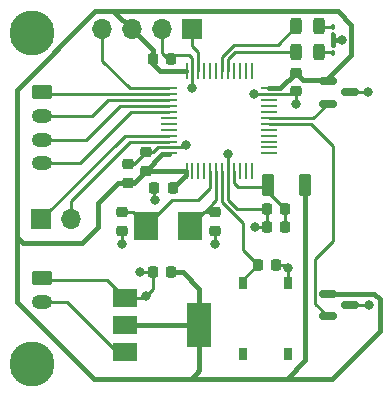
<source format=gtl>
%TF.GenerationSoftware,KiCad,Pcbnew,7.0.6*%
%TF.CreationDate,2024-09-25T21:47:57-07:00*%
%TF.ProjectId,magnetic-encoder,6d61676e-6574-4696-932d-656e636f6465,0.1*%
%TF.SameCoordinates,Original*%
%TF.FileFunction,Copper,L1,Top*%
%TF.FilePolarity,Positive*%
%FSLAX46Y46*%
G04 Gerber Fmt 4.6, Leading zero omitted, Abs format (unit mm)*
G04 Created by KiCad (PCBNEW 7.0.6) date 2024-09-25 21:47:57*
%MOMM*%
%LPD*%
G01*
G04 APERTURE LIST*
G04 Aperture macros list*
%AMRoundRect*
0 Rectangle with rounded corners*
0 $1 Rounding radius*
0 $2 $3 $4 $5 $6 $7 $8 $9 X,Y pos of 4 corners*
0 Add a 4 corners polygon primitive as box body*
4,1,4,$2,$3,$4,$5,$6,$7,$8,$9,$2,$3,0*
0 Add four circle primitives for the rounded corners*
1,1,$1+$1,$2,$3*
1,1,$1+$1,$4,$5*
1,1,$1+$1,$6,$7*
1,1,$1+$1,$8,$9*
0 Add four rect primitives between the rounded corners*
20,1,$1+$1,$2,$3,$4,$5,0*
20,1,$1+$1,$4,$5,$6,$7,0*
20,1,$1+$1,$6,$7,$8,$9,0*
20,1,$1+$1,$8,$9,$2,$3,0*%
G04 Aperture macros list end*
%TA.AperFunction,ComponentPad*%
%ADD10R,1.700000X1.700000*%
%TD*%
%TA.AperFunction,ComponentPad*%
%ADD11O,1.700000X1.700000*%
%TD*%
%TA.AperFunction,ComponentPad*%
%ADD12C,3.800000*%
%TD*%
%TA.AperFunction,ComponentPad*%
%ADD13RoundRect,0.250000X-0.625000X0.350000X-0.625000X-0.350000X0.625000X-0.350000X0.625000X0.350000X0*%
%TD*%
%TA.AperFunction,ComponentPad*%
%ADD14O,1.750000X1.200000*%
%TD*%
%TA.AperFunction,SMDPad,CuDef*%
%ADD15RoundRect,0.250000X0.275000X0.700000X-0.275000X0.700000X-0.275000X-0.700000X0.275000X-0.700000X0*%
%TD*%
%TA.AperFunction,SMDPad,CuDef*%
%ADD16RoundRect,0.225000X0.225000X0.250000X-0.225000X0.250000X-0.225000X-0.250000X0.225000X-0.250000X0*%
%TD*%
%TA.AperFunction,SMDPad,CuDef*%
%ADD17RoundRect,0.225000X-0.225000X-0.250000X0.225000X-0.250000X0.225000X0.250000X-0.225000X0.250000X0*%
%TD*%
%TA.AperFunction,SMDPad,CuDef*%
%ADD18RoundRect,0.100000X-0.100000X0.130000X-0.100000X-0.130000X0.100000X-0.130000X0.100000X0.130000X0*%
%TD*%
%TA.AperFunction,SMDPad,CuDef*%
%ADD19RoundRect,0.100000X0.100000X-0.130000X0.100000X0.130000X-0.100000X0.130000X-0.100000X-0.130000X0*%
%TD*%
%TA.AperFunction,SMDPad,CuDef*%
%ADD20RoundRect,0.243750X0.243750X0.456250X-0.243750X0.456250X-0.243750X-0.456250X0.243750X-0.456250X0*%
%TD*%
%TA.AperFunction,SMDPad,CuDef*%
%ADD21R,1.473200X0.279400*%
%TD*%
%TA.AperFunction,SMDPad,CuDef*%
%ADD22R,0.279400X1.473200*%
%TD*%
%TA.AperFunction,SMDPad,CuDef*%
%ADD23R,0.750000X1.000000*%
%TD*%
%TA.AperFunction,SMDPad,CuDef*%
%ADD24R,2.000000X2.400000*%
%TD*%
%TA.AperFunction,SMDPad,CuDef*%
%ADD25RoundRect,0.218750X-0.256250X0.218750X-0.256250X-0.218750X0.256250X-0.218750X0.256250X0.218750X0*%
%TD*%
%TA.AperFunction,SMDPad,CuDef*%
%ADD26RoundRect,0.225000X-0.250000X0.225000X-0.250000X-0.225000X0.250000X-0.225000X0.250000X0.225000X0*%
%TD*%
%TA.AperFunction,SMDPad,CuDef*%
%ADD27RoundRect,0.225000X0.250000X-0.225000X0.250000X0.225000X-0.250000X0.225000X-0.250000X-0.225000X0*%
%TD*%
%TA.AperFunction,SMDPad,CuDef*%
%ADD28RoundRect,0.150000X-0.587500X-0.150000X0.587500X-0.150000X0.587500X0.150000X-0.587500X0.150000X0*%
%TD*%
%TA.AperFunction,SMDPad,CuDef*%
%ADD29R,2.000000X1.500000*%
%TD*%
%TA.AperFunction,SMDPad,CuDef*%
%ADD30R,2.000000X3.800000*%
%TD*%
%TA.AperFunction,ViaPad*%
%ADD31C,0.800000*%
%TD*%
%TA.AperFunction,Conductor*%
%ADD32C,0.250000*%
%TD*%
%TA.AperFunction,Conductor*%
%ADD33C,0.400000*%
%TD*%
G04 APERTURE END LIST*
D10*
%TO.P,J4,1,Pin_1*%
%TO.N,I2C1_SCL*%
X62110000Y-97495000D03*
D11*
%TO.P,J4,2,Pin_2*%
%TO.N,I2C1_SDA*%
X64650000Y-97495000D03*
%TD*%
D12*
%TO.P,REF2,2*%
%TO.N,N/C*%
X61360000Y-109745000D03*
%TD*%
%TO.P,REF1,1*%
%TO.N,N/C*%
X61360000Y-81745000D03*
%TD*%
D13*
%TO.P,J2,1,Pin_1*%
%TO.N,SPI1_NSS*%
X62230000Y-86745000D03*
D14*
%TO.P,J2,2,Pin_2*%
%TO.N,SPI1_SCK*%
X62230000Y-88745000D03*
%TO.P,J2,3,Pin_3*%
%TO.N,SPI1_MISO*%
X62230000Y-90745000D03*
%TO.P,J2,4,Pin_4*%
%TO.N,SPI1_MOSI*%
X62230000Y-92745000D03*
%TD*%
D13*
%TO.P,J1,1,Pin_1*%
%TO.N,GND*%
X62230000Y-102495000D03*
D14*
%TO.P,J1,2,Pin_2*%
%TO.N,+5V*%
X62230000Y-104495000D03*
%TD*%
D15*
%TO.P,L1,1*%
%TO.N,+3.3V*%
X84506000Y-94615000D03*
%TO.P,L1,2*%
%TO.N,+3.3VA*%
X81356000Y-94615000D03*
%TD*%
D16*
%TO.P,C10,1*%
%TO.N,+3.3VA*%
X82817000Y-98171000D03*
%TO.P,C10,2*%
%TO.N,GND*%
X81267000Y-98171000D03*
%TD*%
%TO.P,C9,1*%
%TO.N,+3.3VA*%
X82817000Y-96647000D03*
%TO.P,C9,2*%
%TO.N,GND*%
X81267000Y-96647000D03*
%TD*%
D17*
%TO.P,C11,1*%
%TO.N,Net-(U4A-NRST)*%
X80505000Y-101346000D03*
%TO.P,C11,2*%
%TO.N,GND*%
X82055000Y-101346000D03*
%TD*%
D18*
%TO.P,R2,2*%
%TO.N,Net-(D2-K)*%
X86833000Y-83378000D03*
%TO.P,R2,1*%
%TO.N,GND*%
X86833000Y-82738000D03*
%TD*%
D19*
%TO.P,R1,2*%
%TO.N,Net-(D1-K)*%
X86833000Y-81214000D03*
%TO.P,R1,1*%
%TO.N,GND*%
X86833000Y-81854000D03*
%TD*%
D20*
%TO.P,D2,2,A*%
%TO.N,Net-(D2-A)*%
X83771500Y-83312000D03*
%TO.P,D2,1,K*%
%TO.N,Net-(D2-K)*%
X85646500Y-83312000D03*
%TD*%
%TO.P,D1,2,A*%
%TO.N,Net-(D1-A)*%
X83771500Y-81153000D03*
%TO.P,D1,1,K*%
%TO.N,Net-(D1-K)*%
X85646500Y-81153000D03*
%TD*%
D11*
%TO.P,J3,4,Pin_4*%
%TO.N,SWCLK*%
X67310000Y-81407000D03*
%TO.P,J3,3,Pin_3*%
%TO.N,+3.3V*%
X69850000Y-81407000D03*
%TO.P,J3,2,Pin_2*%
%TO.N,GND*%
X72390000Y-81407000D03*
D10*
%TO.P,J3,1,Pin_1*%
%TO.N,SWDIO*%
X74930000Y-81407000D03*
%TD*%
D21*
%TO.P,U4,48,VDD_3*%
%TO.N,+3.3V*%
X72999600Y-91904000D03*
%TO.P,U4,47,VSS_3*%
%TO.N,GND*%
X72999600Y-91404001D03*
%TO.P,U4,46,PB9*%
%TO.N,I2C1_SDA*%
X72999600Y-90903999D03*
%TO.P,U4,45,PB8*%
%TO.N,I2C1_SCL*%
X72999600Y-90404000D03*
%TO.P,U4,44,BOOT0*%
%TO.N,unconnected-(U4A-BOOT0-Pad44)*%
X72999600Y-89904001D03*
%TO.P,U4,43,PB7*%
%TO.N,unconnected-(U4A-PB7-Pad43)*%
X72999600Y-89404000D03*
%TO.P,U4,42,PB6*%
%TO.N,unconnected-(U4A-PB6-Pad42)*%
X72999600Y-88904000D03*
%TO.P,U4,41,PB5-SPI1_MOSI*%
%TO.N,SPI1_MOSI*%
X72999600Y-88403999D03*
%TO.P,U4,40,PB4-SPI1_MISO*%
%TO.N,SPI1_MISO*%
X72999600Y-87904000D03*
%TO.P,U4,39,PB3-SPI1_SCK*%
%TO.N,SPI1_SCK*%
X72999600Y-87404001D03*
%TO.P,U4,38,PA15-SPI1_NSS*%
%TO.N,SPI1_NSS*%
X72999600Y-86903999D03*
%TO.P,U4,37,PA14-SYS_JTCK-SWCLK*%
%TO.N,SWCLK*%
X72999600Y-86404000D03*
D22*
%TO.P,U4,36,VDD_2*%
%TO.N,+3.3V*%
X74466000Y-84937600D03*
%TO.P,U4,35,VSS_2*%
%TO.N,GND*%
X74965999Y-84937600D03*
%TO.P,U4,34,PA13-SYS_JTMS-SWDIO*%
%TO.N,SWDIO*%
X75466001Y-84937600D03*
%TO.P,U4,33,PA12-USB_DP*%
%TO.N,unconnected-(U4A-PA12-USB_DP-Pad33)*%
X75966000Y-84937600D03*
%TO.P,U4,32,PA11-USB_DM*%
%TO.N,unconnected-(U4A-PA11-USB_DM-Pad32)*%
X76465999Y-84937600D03*
%TO.P,U4,31,PA10*%
%TO.N,unconnected-(U4A-PA10-Pad31)*%
X76966000Y-84937600D03*
%TO.P,U4,30,PA9*%
%TO.N,Net-(D1-A)*%
X77466000Y-84937600D03*
%TO.P,U4,29,PA8*%
%TO.N,Net-(D2-A)*%
X77966001Y-84937600D03*
%TO.P,U4,28,PB15*%
%TO.N,unconnected-(U4A-PB15-Pad28)*%
X78466000Y-84937600D03*
%TO.P,U4,27,PB14*%
%TO.N,unconnected-(U4A-PB14-Pad27)*%
X78965999Y-84937600D03*
%TO.P,U4,26,PB13*%
%TO.N,unconnected-(U4A-PB13-Pad26)*%
X79466001Y-84937600D03*
%TO.P,U4,25,PB12*%
%TO.N,unconnected-(U4A-PB12-Pad25)*%
X79966000Y-84937600D03*
D21*
%TO.P,U4,24,VDD_1*%
%TO.N,+3.3V*%
X81432400Y-86404000D03*
%TO.P,U4,23,VSS_1*%
%TO.N,GND*%
X81432400Y-86903999D03*
%TO.P,U4,22,PB11*%
%TO.N,unconnected-(U4A-PB11-Pad22)*%
X81432400Y-87404001D03*
%TO.P,U4,21,PB10*%
%TO.N,unconnected-(U4A-PB10-Pad21)*%
X81432400Y-87904000D03*
%TO.P,U4,20,PB2*%
%TO.N,unconnected-(U4A-PB2-Pad20)*%
X81432400Y-88403999D03*
%TO.P,U4,19,PB1-ADC1_IN9*%
%TO.N,HAL1_IN*%
X81432400Y-88904000D03*
%TO.P,U4,18,PB0-ADC1_IN8*%
%TO.N,HAL2_IN*%
X81432400Y-89404000D03*
%TO.P,U4,17,PA7*%
%TO.N,unconnected-(U4A-PA7-Pad17)*%
X81432400Y-89904001D03*
%TO.P,U4,16,PA6*%
%TO.N,unconnected-(U4A-PA6-Pad16)*%
X81432400Y-90404000D03*
%TO.P,U4,15,PA5*%
%TO.N,unconnected-(U4A-PA5-Pad15)*%
X81432400Y-90903999D03*
%TO.P,U4,14,PA4*%
%TO.N,unconnected-(U4A-PA4-Pad14)*%
X81432400Y-91404001D03*
%TO.P,U4,13,PA3*%
%TO.N,unconnected-(U4A-PA3-Pad13)*%
X81432400Y-91904000D03*
D22*
%TO.P,U4,12,PA2*%
%TO.N,unconnected-(U4A-PA2-Pad12)*%
X79966000Y-93370400D03*
%TO.P,U4,11,PA1-GPIO_Output*%
%TO.N,unconnected-(U4A-PA1-GPIO_Output-Pad11)*%
X79466001Y-93370400D03*
%TO.P,U4,10,PA0-WKUP-GPIO_Output*%
%TO.N,unconnected-(U4A-PA0-WKUP-GPIO_Output-Pad10)*%
X78965999Y-93370400D03*
%TO.P,U4,9,VDDA*%
%TO.N,+3.3VA*%
X78466000Y-93370400D03*
%TO.P,U4,8,VSSA*%
%TO.N,GND*%
X77966001Y-93370400D03*
%TO.P,U4,7,NRST*%
%TO.N,Net-(U4A-NRST)*%
X77466000Y-93370400D03*
%TO.P,U4,6,PD1-OSC_OUT-RCC_OSC_OUT*%
%TO.N,Net-(U4A-PD1-OSC_OUT-RCC_OSC_OUT)*%
X76966000Y-93370400D03*
%TO.P,U4,5,PD0-OSC_IN-RCC_OSC_IN*%
%TO.N,Net-(U4A-PD0-OSC_IN-RCC_OSC_IN)*%
X76465999Y-93370400D03*
%TO.P,U4,4,PC15-OSC32_OUT*%
%TO.N,unconnected-(U4A-PC15-OSC32_OUT-Pad4)*%
X75966000Y-93370400D03*
%TO.P,U4,3,PC14-OSC32_IN*%
%TO.N,unconnected-(U4A-PC14-OSC32_IN-Pad3)*%
X75466001Y-93370400D03*
%TO.P,U4,2,PC13*%
%TO.N,unconnected-(U4A-PC13-Pad2)*%
X74965999Y-93370400D03*
%TO.P,U4,1,VBAT*%
%TO.N,+3.3V*%
X74466000Y-93370400D03*
%TD*%
D23*
%TO.P,SW1,1,1*%
%TO.N,GND*%
X83028000Y-102918000D03*
X83028000Y-108918000D03*
%TO.P,SW1,2,2*%
%TO.N,Net-(U4A-NRST)*%
X79278000Y-102918000D03*
X79278000Y-108918000D03*
%TD*%
D24*
%TO.P,Y1,2,2*%
%TO.N,Net-(U4A-PD0-OSC_IN-RCC_OSC_IN)*%
X71048000Y-98044000D03*
%TO.P,Y1,1,1*%
%TO.N,Net-(U4A-PD1-OSC_OUT-RCC_OSC_OUT)*%
X74748000Y-98044000D03*
%TD*%
D17*
%TO.P,C8,1*%
%TO.N,+3.3V*%
X71615000Y-83947000D03*
%TO.P,C8,2*%
%TO.N,GND*%
X73165000Y-83947000D03*
%TD*%
D16*
%TO.P,C7,1*%
%TO.N,+3.3V*%
X73292000Y-94869000D03*
%TO.P,C7,2*%
%TO.N,GND*%
X71742000Y-94869000D03*
%TD*%
D25*
%TO.P,C6,1*%
%TO.N,Net-(U4A-PD0-OSC_IN-RCC_OSC_IN)*%
X68961000Y-96901000D03*
%TO.P,C6,2*%
%TO.N,GND*%
X68961000Y-98476000D03*
%TD*%
D26*
%TO.P,C5,1*%
%TO.N,+3.3V*%
X83693000Y-85077000D03*
%TO.P,C5,2*%
%TO.N,GND*%
X83693000Y-86627000D03*
%TD*%
D25*
%TO.P,C4,1*%
%TO.N,Net-(U4A-PD1-OSC_OUT-RCC_OSC_OUT)*%
X76835000Y-96875500D03*
%TO.P,C4,2*%
%TO.N,GND*%
X76835000Y-98450500D03*
%TD*%
D27*
%TO.P,C3,1*%
%TO.N,+3.3V*%
X69469000Y-94374000D03*
%TO.P,C3,2*%
%TO.N,GND*%
X69469000Y-92824000D03*
%TD*%
%TO.P,C2,1*%
%TO.N,+3.3V*%
X70993000Y-93358000D03*
%TO.P,C2,2*%
%TO.N,GND*%
X70993000Y-91808000D03*
%TD*%
D16*
%TO.P,C1,2*%
%TO.N,GND*%
X71615000Y-101981000D03*
%TO.P,C1,1*%
%TO.N,+3.3V*%
X73165000Y-101981000D03*
%TD*%
D28*
%TO.P,U3,3,GND*%
%TO.N,GND*%
X88297500Y-104745000D03*
%TO.P,U3,2,OUT*%
%TO.N,HAL2_IN*%
X86422500Y-105695000D03*
%TO.P,U3,1,VCC*%
%TO.N,+3.3V*%
X86422500Y-103795000D03*
%TD*%
D29*
%TO.P,U2,1,GND*%
%TO.N,GND*%
X69240000Y-104126000D03*
D30*
%TO.P,U2,2,VO*%
%TO.N,+3.3V*%
X75540000Y-106426000D03*
D29*
X69240000Y-106426000D03*
%TO.P,U2,3,VI*%
%TO.N,+5V*%
X69240000Y-108726000D03*
%TD*%
D28*
%TO.P,U1,3,GND*%
%TO.N,GND*%
X88297500Y-86745000D03*
%TO.P,U1,2,OUT*%
%TO.N,HAL1_IN*%
X86422500Y-87695000D03*
%TO.P,U1,1,VCC*%
%TO.N,+3.3V*%
X86422500Y-85795000D03*
%TD*%
D31*
%TO.N,GND*%
X74422000Y-91186000D03*
X74930000Y-86360000D03*
X80137000Y-86868000D03*
X77978000Y-91948000D03*
X80264000Y-98171000D03*
X71056500Y-103949500D03*
X70485000Y-101981000D03*
X87592500Y-82296000D03*
X83058000Y-101600000D03*
X71755000Y-95885000D03*
X89916000Y-104775000D03*
X89826500Y-86741000D03*
X83693000Y-87757000D03*
X76835000Y-99568000D03*
X68961000Y-99568000D03*
%TD*%
D32*
%TO.N,Net-(U4A-NRST)*%
X79278000Y-100119000D02*
X80505000Y-101346000D01*
X79278000Y-97821396D02*
X79278000Y-100119000D01*
X79278000Y-102573000D02*
X80505000Y-101346000D01*
X79278000Y-102918000D02*
X79278000Y-102573000D01*
D33*
%TO.N,+3.3V*%
X74413899Y-93358000D02*
X74426299Y-93370400D01*
X70993000Y-93358000D02*
X74413899Y-93358000D01*
D32*
%TO.N,Net-(D1-K)*%
X85707500Y-81214000D02*
X86833000Y-81214000D01*
%TO.N,Net-(D1-A)*%
X82179500Y-82745000D02*
X83771500Y-81153000D01*
%TO.N,Net-(D1-K)*%
X85646500Y-81153000D02*
X85707500Y-81214000D01*
%TO.N,Net-(D1-A)*%
X78495904Y-82745000D02*
X82179500Y-82745000D01*
X77466000Y-83774904D02*
X78495904Y-82745000D01*
X77466000Y-84937600D02*
X77466000Y-83774904D01*
%TO.N,GND*%
X69240000Y-104126000D02*
X67730000Y-102616000D01*
%TO.N,SPI1_MISO*%
X62230000Y-90745000D02*
X65973000Y-90745000D01*
%TO.N,I2C1_SDA*%
X64650000Y-95905000D02*
X64650000Y-97495000D01*
X69651001Y-90903999D02*
X64650000Y-95905000D01*
%TO.N,I2C1_SCL*%
X62144000Y-97495000D02*
X62110000Y-97495000D01*
X69235000Y-90404000D02*
X62144000Y-97495000D01*
D33*
%TO.N,+3.3V*%
X72407299Y-91943701D02*
X72999600Y-91943701D01*
X70993000Y-93358000D02*
X72407299Y-91943701D01*
X73292000Y-94869000D02*
X74426299Y-93734701D01*
X74426299Y-93734701D02*
X74426299Y-93370400D01*
D32*
%TO.N,SPI1_MISO*%
X68814000Y-87904000D02*
X72999600Y-87904000D01*
X65973000Y-90745000D02*
X68814000Y-87904000D01*
%TO.N,SPI1_MOSI*%
X65433500Y-92745000D02*
X65436750Y-92741750D01*
X62230000Y-92745000D02*
X65433500Y-92745000D01*
X69774501Y-88403999D02*
X65436750Y-92741750D01*
X72999600Y-88403999D02*
X69774501Y-88403999D01*
%TO.N,SPI1_NSS*%
X62388999Y-86903999D02*
X62230000Y-86745000D01*
X72999600Y-86903999D02*
X62388999Y-86903999D01*
%TO.N,SPI1_SCK*%
X62258000Y-88773000D02*
X62230000Y-88745000D01*
X66421000Y-88773000D02*
X62258000Y-88773000D01*
X67789999Y-87404001D02*
X66421000Y-88773000D01*
X72999600Y-87404001D02*
X67789999Y-87404001D01*
D33*
%TO.N,+3.3V*%
X60610000Y-99495000D02*
X60110000Y-98995000D01*
X65610000Y-99495000D02*
X60610000Y-99495000D01*
X66929000Y-98176000D02*
X65610000Y-99495000D01*
X66929000Y-96139000D02*
X66929000Y-98176000D01*
X69469000Y-94374000D02*
X68694000Y-94374000D01*
X68694000Y-94374000D02*
X66929000Y-96139000D01*
X60110000Y-98995000D02*
X60110000Y-94488000D01*
D32*
%TO.N,+5V*%
X64363000Y-104495000D02*
X68594000Y-108726000D01*
X68594000Y-108726000D02*
X69240000Y-108726000D01*
X62230000Y-104495000D02*
X64363000Y-104495000D01*
%TO.N,GND*%
X67730000Y-102616000D02*
X62351000Y-102616000D01*
X62351000Y-102616000D02*
X62230000Y-102495000D01*
D33*
%TO.N,+3.3V*%
X66610000Y-110995000D02*
X74806000Y-110995000D01*
X60110000Y-104495000D02*
X66610000Y-110995000D01*
X60110000Y-94488000D02*
X60110000Y-104495000D01*
X60110000Y-86495000D02*
X60110000Y-94488000D01*
X66722000Y-79883000D02*
X60110000Y-86495000D01*
X68360000Y-79883000D02*
X66722000Y-79883000D01*
D32*
%TO.N,I2C1_SCL*%
X69235000Y-90404000D02*
X72999600Y-90404000D01*
%TO.N,I2C1_SDA*%
X69651001Y-90903999D02*
X72999600Y-90903999D01*
%TO.N,SWDIO*%
X75466001Y-83340001D02*
X75466001Y-84937600D01*
X74930000Y-82804000D02*
X75466001Y-83340001D01*
X74930000Y-81407000D02*
X74930000Y-82804000D01*
%TO.N,GND*%
X72390000Y-83439000D02*
X72390000Y-81407000D01*
X72898000Y-83947000D02*
X72390000Y-83439000D01*
X73165000Y-83947000D02*
X72898000Y-83947000D01*
D33*
%TO.N,+3.3V*%
X71615000Y-83172000D02*
X69850000Y-81407000D01*
X71615000Y-83947000D02*
X71615000Y-83172000D01*
X68360000Y-79917000D02*
X68360000Y-79883000D01*
D32*
%TO.N,SWCLK*%
X67310000Y-84074000D02*
X67310000Y-81407000D01*
X69640000Y-86404000D02*
X67310000Y-84074000D01*
X72999600Y-86404000D02*
X69640000Y-86404000D01*
D33*
%TO.N,+3.3V*%
X69850000Y-81407000D02*
X68360000Y-79917000D01*
X82934000Y-110995000D02*
X84506000Y-109423000D01*
X84506000Y-109423000D02*
X84506000Y-94615000D01*
D32*
%TO.N,+3.3VA*%
X81356000Y-95186000D02*
X82817000Y-96647000D01*
X81356000Y-94615000D02*
X81356000Y-95186000D01*
D33*
%TO.N,+3.3V*%
X74806000Y-110995000D02*
X82934000Y-110995000D01*
X90333000Y-103795000D02*
X86422500Y-103795000D01*
X90805000Y-104267000D02*
X90333000Y-103795000D01*
X90805000Y-106934000D02*
X90805000Y-104267000D01*
X86744000Y-110995000D02*
X90805000Y-106934000D01*
X82934000Y-110995000D02*
X86744000Y-110995000D01*
X74806000Y-110995000D02*
X75311000Y-110490000D01*
X88392000Y-81026000D02*
X87249000Y-79883000D01*
X86422500Y-85795000D02*
X86422500Y-85535500D01*
X86422500Y-85535500D02*
X88392000Y-83566000D01*
X88392000Y-83566000D02*
X88392000Y-81026000D01*
X87249000Y-79883000D02*
X68360000Y-79883000D01*
X75540000Y-110261000D02*
X75540000Y-106426000D01*
X75311000Y-110490000D02*
X75540000Y-110261000D01*
D32*
%TO.N,HAL2_IN*%
X85360000Y-104632500D02*
X86422500Y-105695000D01*
X85360000Y-100822000D02*
X85360000Y-104632500D01*
X86860000Y-99322000D02*
X85360000Y-100822000D01*
X86860000Y-91245000D02*
X86860000Y-99322000D01*
X85019000Y-89404000D02*
X86860000Y-91245000D01*
X81432400Y-89404000D02*
X85019000Y-89404000D01*
%TO.N,Net-(D2-K)*%
X86767000Y-83312000D02*
X86833000Y-83378000D01*
X85646500Y-83312000D02*
X86767000Y-83312000D01*
D33*
%TO.N,GND*%
X87592500Y-82296000D02*
X86833000Y-82296000D01*
D32*
X74965999Y-86324001D02*
X74965999Y-84937600D01*
X74930000Y-86360000D02*
X74965999Y-86324001D01*
X73546000Y-83566000D02*
X73165000Y-83947000D01*
X74676000Y-83566000D02*
X73546000Y-83566000D01*
X74965999Y-83855999D02*
X74676000Y-83566000D01*
X74965999Y-84937600D02*
X74965999Y-83855999D01*
X74422000Y-91186000D02*
X74422000Y-91313000D01*
X74330999Y-91404001D02*
X74422000Y-91186000D01*
X72999600Y-91404001D02*
X74330999Y-91404001D01*
X72044999Y-91404001D02*
X72999600Y-91404001D01*
X69977000Y-92824000D02*
X70993000Y-91808000D01*
X69469000Y-92824000D02*
X69977000Y-92824000D01*
D33*
%TO.N,+3.3V*%
X69977000Y-94374000D02*
X70993000Y-93358000D01*
X69469000Y-94374000D02*
X69977000Y-94374000D01*
D32*
%TO.N,GND*%
X71641000Y-91808000D02*
X72044999Y-91404001D01*
X70993000Y-91808000D02*
X71641000Y-91808000D01*
D33*
%TO.N,+3.3V*%
X72237600Y-84937600D02*
X74426299Y-84937600D01*
X71615000Y-84315000D02*
X72237600Y-84937600D01*
X71615000Y-83947000D02*
X71615000Y-84315000D01*
D32*
%TO.N,GND*%
X80319002Y-86903999D02*
X80355001Y-86903999D01*
X80137000Y-86868000D02*
X80319002Y-86903999D01*
X80391000Y-86903999D02*
X80137000Y-86868000D01*
X81432400Y-86903999D02*
X80391000Y-86903999D01*
X77966001Y-93370400D02*
X77978000Y-91948000D01*
X81267000Y-96647000D02*
X81267000Y-98171000D01*
X80264000Y-98171000D02*
X81267000Y-98171000D01*
X78740000Y-96647000D02*
X81267000Y-96647000D01*
X77966001Y-95873001D02*
X78740000Y-96647000D01*
X77966001Y-95873001D02*
X77966001Y-93370400D01*
%TO.N,+3.3VA*%
X82817000Y-96647000D02*
X82817000Y-98171000D01*
X81267000Y-94704000D02*
X81356000Y-94615000D01*
%TO.N,Net-(U4A-NRST)*%
X77466000Y-96009396D02*
X77466000Y-93370400D01*
X79278000Y-97821396D02*
X77466000Y-96009396D01*
%TO.N,+3.3VA*%
X81229000Y-94742000D02*
X81356000Y-94615000D01*
X78811299Y-94742000D02*
X81229000Y-94742000D01*
%TO.N,GND*%
X89822500Y-86745000D02*
X89826500Y-86741000D01*
X88297500Y-86745000D02*
X89822500Y-86745000D01*
X89886000Y-104745000D02*
X89916000Y-104775000D01*
X88297500Y-104745000D02*
X89886000Y-104745000D01*
X70880000Y-104126000D02*
X69240000Y-104126000D01*
X71056500Y-103949500D02*
X70880000Y-104126000D01*
X71615000Y-103391000D02*
X71615000Y-101981000D01*
X71056500Y-103949500D02*
X71615000Y-103391000D01*
X70485000Y-101981000D02*
X71615000Y-101981000D01*
D33*
%TO.N,+3.3V*%
X75540000Y-103353000D02*
X75540000Y-106426000D01*
X74168000Y-101981000D02*
X75540000Y-103353000D01*
X73165000Y-101981000D02*
X74168000Y-101981000D01*
D32*
%TO.N,+3.3VA*%
X78466000Y-94396701D02*
X78811299Y-94742000D01*
X78466000Y-93370400D02*
X78466000Y-94396701D01*
%TO.N,GND*%
X82055000Y-101346000D02*
X82804000Y-101346000D01*
X82804000Y-101346000D02*
X83058000Y-101600000D01*
D33*
%TO.N,+3.3V*%
X69240000Y-106426000D02*
X75540000Y-106426000D01*
D32*
%TO.N,GND*%
X71742000Y-95872000D02*
X71742000Y-94869000D01*
X71755000Y-95885000D02*
X71742000Y-95872000D01*
%TO.N,Net-(U4A-PD0-OSC_IN-RCC_OSC_IN)*%
X73207000Y-95885000D02*
X71048000Y-98044000D01*
X75438000Y-95885000D02*
X73207000Y-95885000D01*
X76465999Y-94857001D02*
X75438000Y-95885000D01*
X76465999Y-93370400D02*
X76465999Y-94857001D01*
D33*
%TO.N,+3.3V*%
X86352500Y-85725000D02*
X86422500Y-85795000D01*
X84341000Y-85725000D02*
X86352500Y-85725000D01*
X83693000Y-85077000D02*
X84341000Y-85725000D01*
D32*
%TO.N,Net-(U4A-PD1-OSC_OUT-RCC_OSC_OUT)*%
X76966000Y-95881000D02*
X76966000Y-93370400D01*
X74803000Y-98044000D02*
X76966000Y-95881000D01*
X74748000Y-98044000D02*
X74803000Y-98044000D01*
D33*
%TO.N,+3.3V*%
X83693000Y-85077000D02*
X82405701Y-86364299D01*
X82405701Y-86364299D02*
X81432400Y-86364299D01*
D32*
%TO.N,Net-(D2-A)*%
X78565300Y-83312000D02*
X83771500Y-83312000D01*
X77966001Y-83911299D02*
X78565300Y-83312000D01*
X77966001Y-84937600D02*
X77966001Y-83911299D01*
D33*
%TO.N,GND*%
X86833000Y-82296000D02*
X86833000Y-82738000D01*
X86833000Y-81854000D02*
X86833000Y-82296000D01*
D32*
X83693000Y-87757000D02*
X83693000Y-86627000D01*
X83058000Y-101600000D02*
X83028000Y-101630000D01*
X83028000Y-101630000D02*
X83028000Y-102918000D01*
X83416001Y-86903999D02*
X83693000Y-86627000D01*
X81432400Y-86903999D02*
X83416001Y-86903999D01*
%TO.N,HAL1_IN*%
X85213500Y-88904000D02*
X86422500Y-87695000D01*
X81432400Y-88904000D02*
X85213500Y-88904000D01*
%TO.N,GND*%
X76835000Y-98450500D02*
X76835000Y-99568000D01*
X68961000Y-99568000D02*
X68961000Y-98476000D01*
%TO.N,Net-(U4A-PD1-OSC_OUT-RCC_OSC_OUT)*%
X75916500Y-96875500D02*
X74748000Y-98044000D01*
X76835000Y-96875500D02*
X75916500Y-96875500D01*
%TO.N,Net-(U4A-PD0-OSC_IN-RCC_OSC_IN)*%
X69905000Y-96901000D02*
X71048000Y-98044000D01*
X68961000Y-96901000D02*
X69905000Y-96901000D01*
%TD*%
M02*

</source>
